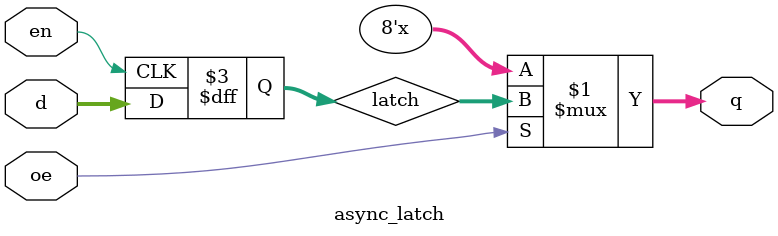
<source format=v>
`timescale 1ns / 1ps

module async_latch #(
	parameter BITS = 8
)
(
	input wire en,
	input wire oe,
	output wire[BITS-1:0] q,
	input wire[BITS-1:0] d
);

reg[BITS-1:0] latch;
assign q = oe ? latch : {BITS{1'bz}};

always @(posedge en) begin
	latch <= d;
end

endmodule

</source>
